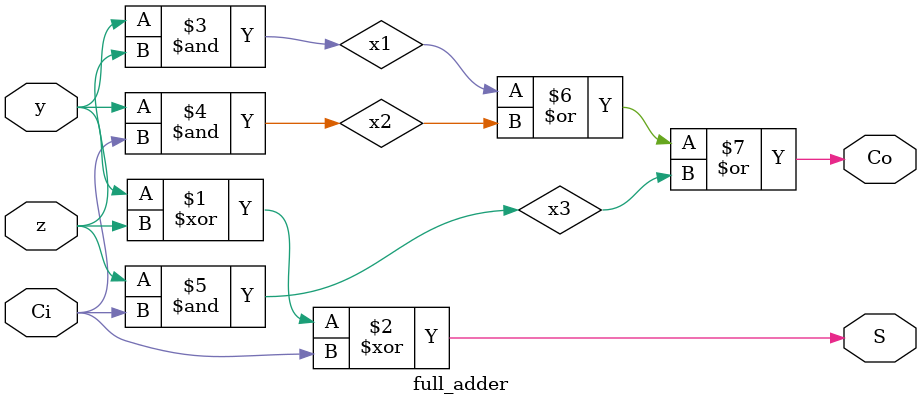
<source format=v>
`timescale  1ns / 1ps
module full_adder(
input y,z,Ci,
output S,Co
);
wire x1,x2,x3;
assign S =y^z^Ci;
assign x1= y & z;
assign x2= y & Ci;
assign x3= z & Ci;
assign Co = x1 | x2 | x3;
endmodule



</source>
